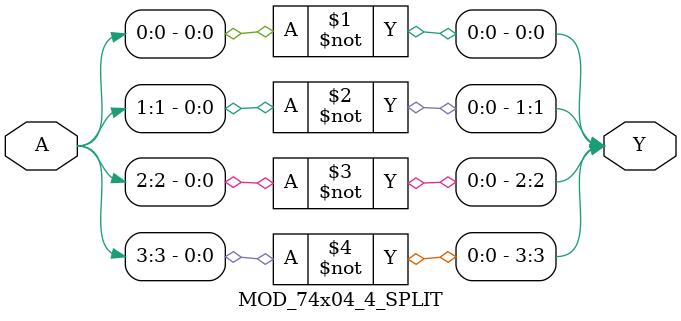
<source format=v>
module MOD_74x04_4 (
    input [3:0] A,
    output [3:0] Y);

assign Y = ~A;

endmodule

module MOD_74x04_4_SPLIT (
    input [3:0] A,
    output [3:0] Y);

assign Y[0] = ~A[0];
assign Y[1] = ~A[1];
assign Y[2] = ~A[2];
assign Y[3] = ~A[3];

endmodule

</source>
